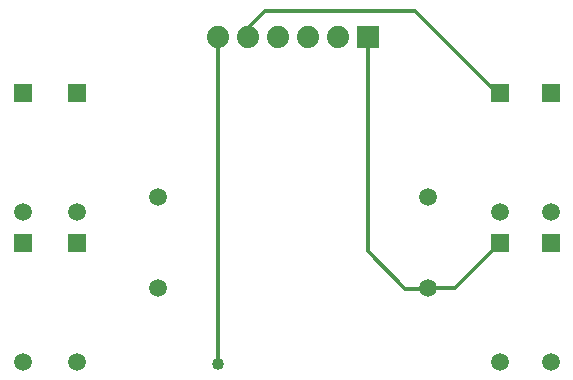
<source format=gbr>
G04 DipTrace 2.3.0.0*
%INBottom.gbr*%
%MOIN*%
%ADD13C,0.013*%
%ADD14R,0.074X0.074*%
%ADD15C,0.074*%
%ADD16R,0.0591X0.0591*%
%ADD17C,0.0591*%
%ADD18C,0.0591*%
%ADD19C,0.04*%
%FSLAX44Y44*%
G04*
G70*
G90*
G75*
G01*
%LNBottom*%
%LPD*%
X12440Y17791D2*
D13*
Y18095D1*
X13009Y18664D1*
X18013D1*
X20748Y15928D1*
X20840D1*
X11440Y17791D2*
Y6899D1*
X16440Y17791D2*
Y10648D1*
X17698Y9390D1*
X18486D1*
X18440Y9436D1*
X19348D1*
X20840Y10928D1*
D19*
X11440Y6899D3*
D3*
D3*
D14*
X16440Y17791D3*
D15*
X15440D3*
X14440D3*
X13440D3*
X12440D3*
X11440D3*
D16*
X20840Y15928D3*
D17*
Y11952D3*
D16*
X22540Y15928D3*
D17*
Y11952D3*
D16*
X6740Y15928D3*
D17*
Y11952D3*
D16*
X4940Y15928D3*
D17*
Y11952D3*
D16*
X20840Y10928D3*
D17*
Y6952D3*
D16*
X22540Y10928D3*
D17*
Y6952D3*
D16*
X6740Y10928D3*
D17*
Y6952D3*
D16*
X4940Y10928D3*
D17*
Y6952D3*
D18*
X18440Y12444D3*
X9440D3*
Y9436D3*
X18440D3*
M02*

</source>
